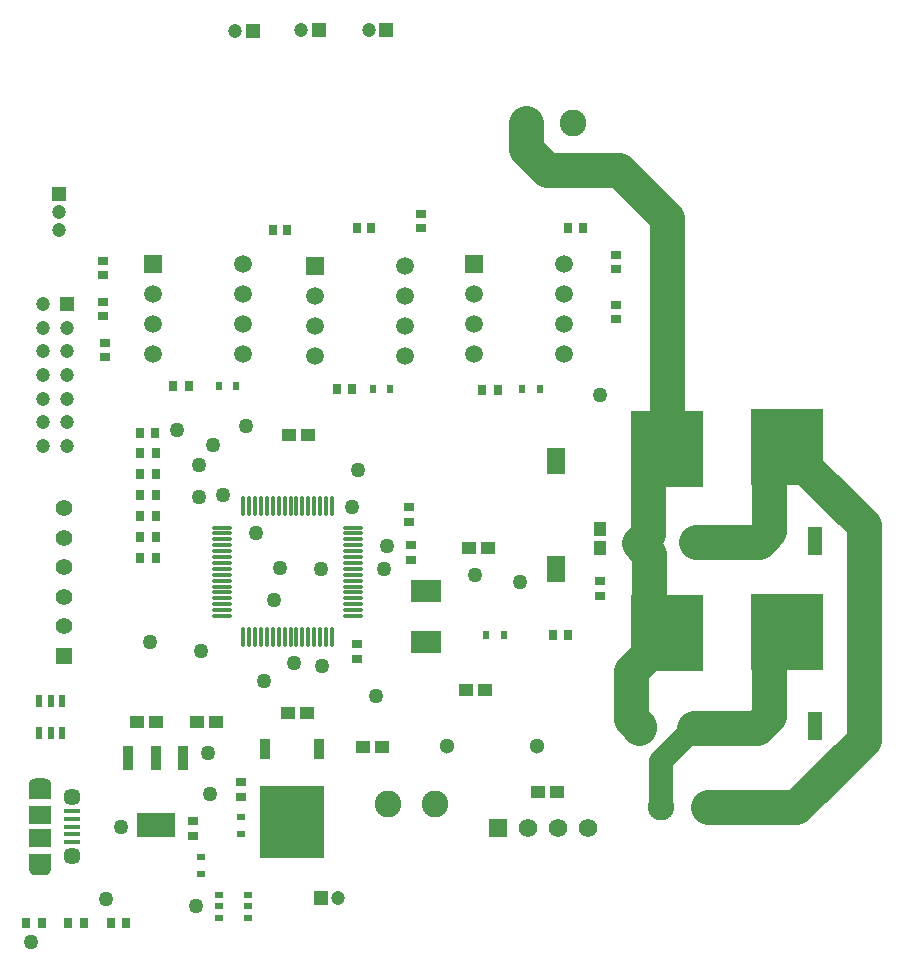
<source format=gts>
G04*
G04 #@! TF.GenerationSoftware,Altium Limited,Altium Designer,23.10.1 (27)*
G04*
G04 Layer_Color=8388736*
%FSLAX25Y25*%
%MOIN*%
G70*
G04*
G04 #@! TF.SameCoordinates,29CFA998-7EC6-4FDD-B126-FBB6EF8C8D2F*
G04*
G04*
G04 #@! TF.FilePolarity,Negative*
G04*
G01*
G75*
%ADD18C,0.01968*%
%ADD19R,0.04758X0.03985*%
%ADD20R,0.03150X0.02362*%
%ADD21R,0.03150X0.02165*%
%ADD22R,0.03740X0.03150*%
%ADD23R,0.05315X0.01575*%
%ADD24R,0.06299X0.08583*%
%ADD25R,0.06299X0.08661*%
%ADD26R,0.10236X0.07480*%
%ADD27R,0.03985X0.04758*%
%ADD28R,0.02200X0.03850*%
%ADD29R,0.03150X0.03740*%
%ADD30R,0.07480X0.05906*%
%ADD31O,0.01181X0.07087*%
%ADD32O,0.07087X0.01181*%
%ADD33R,0.02953X0.03543*%
%ADD34R,0.03543X0.02953*%
%ADD35R,0.05118X0.09449*%
%ADD36R,0.24410X0.25591*%
%ADD37R,0.21457X0.24410*%
%ADD38R,0.03543X0.07087*%
%ADD39R,0.02362X0.03150*%
%ADD40R,0.12598X0.08268*%
%ADD41R,0.03543X0.08268*%
%ADD42C,0.11811*%
%ADD43C,0.07874*%
%ADD44C,0.08900*%
%ADD45C,0.06181*%
%ADD46R,0.06181X0.06181*%
%ADD47C,0.04724*%
%ADD48R,0.04724X0.04724*%
%ADD49R,0.04724X0.04724*%
%ADD50C,0.05118*%
%ADD51R,0.05512X0.05512*%
%ADD52C,0.05512*%
%ADD53C,0.05709*%
%ADD54C,0.05906*%
%ADD55R,0.05906X0.05906*%
%ADD56C,0.05000*%
G36*
X15240Y30890D02*
X7760D01*
Y36008D01*
X15240D01*
Y30890D01*
D02*
G37*
G36*
X13272Y28921D02*
X9728Y28921D01*
Y30890D01*
X13272D01*
Y28921D01*
D02*
G37*
G36*
X13272Y59236D02*
X9728D01*
Y61205D01*
X13272Y61205D01*
Y59236D01*
D02*
G37*
G36*
X15240Y54118D02*
X7760D01*
Y59236D01*
X15240D01*
Y54118D01*
D02*
G37*
D18*
X10713Y59236D02*
X10221Y60089D01*
X9236D01*
X8744Y59236D01*
X9236Y58384D01*
X10221D01*
X10713Y59236D01*
X14256D02*
X13764Y60089D01*
X12779D01*
X12287Y59236D01*
X12779Y58384D01*
X13764D01*
X14256Y59236D01*
X10713Y30890D02*
X10221Y31742D01*
X9236D01*
X8744Y30890D01*
X9236Y30037D01*
X10221D01*
X10713Y30890D01*
X14256D02*
X13764Y31742D01*
X12779D01*
X12287Y30890D01*
X12779Y30037D01*
X13764D01*
X14256Y30890D01*
D19*
X183657Y56500D02*
D03*
X177343D02*
D03*
X159657Y90500D02*
D03*
X153343D02*
D03*
X160814Y138000D02*
D03*
X154500D02*
D03*
X94343Y175500D02*
D03*
X100657D02*
D03*
X100500Y83000D02*
D03*
X94186D02*
D03*
X125500Y71500D02*
D03*
X119186D02*
D03*
X63843Y80000D02*
D03*
X70157D02*
D03*
X50157D02*
D03*
X43843D02*
D03*
D20*
X65000Y34854D02*
D03*
Y29146D02*
D03*
X78500Y48209D02*
D03*
Y42500D02*
D03*
D21*
X71276Y22240D02*
D03*
Y18500D02*
D03*
Y14760D02*
D03*
X80724D02*
D03*
Y18500D02*
D03*
Y22240D02*
D03*
D22*
X62500Y41941D02*
D03*
Y47059D02*
D03*
X78500Y54882D02*
D03*
Y60000D02*
D03*
X198000Y121941D02*
D03*
Y127059D02*
D03*
X117000Y106059D02*
D03*
Y100941D02*
D03*
X135000Y133941D02*
D03*
Y139059D02*
D03*
X134500Y146441D02*
D03*
Y151559D02*
D03*
D23*
X22130Y50181D02*
D03*
Y47622D02*
D03*
Y45063D02*
D03*
Y42504D02*
D03*
Y39945D02*
D03*
D24*
X183500Y167000D02*
D03*
D25*
Y130819D02*
D03*
D26*
X140000Y106535D02*
D03*
Y123465D02*
D03*
D27*
X198000Y144157D02*
D03*
Y137843D02*
D03*
D28*
X11260Y86875D02*
D03*
X15000D02*
D03*
X18740D02*
D03*
Y76125D02*
D03*
X15000D02*
D03*
X11260D02*
D03*
D29*
X49811Y176398D02*
D03*
X44693D02*
D03*
X50059Y169500D02*
D03*
X44941D02*
D03*
X50059Y162500D02*
D03*
X44941D02*
D03*
X50059Y155500D02*
D03*
X44941D02*
D03*
X50059Y148500D02*
D03*
X44941D02*
D03*
X50059Y141500D02*
D03*
X44941D02*
D03*
X50059Y134500D02*
D03*
X44941D02*
D03*
X12000Y13000D02*
D03*
X6882D02*
D03*
X26059D02*
D03*
X20941D02*
D03*
X35000Y13000D02*
D03*
X40118D02*
D03*
X61059Y192000D02*
D03*
X55941D02*
D03*
X115559Y191000D02*
D03*
X110441D02*
D03*
X164000Y190500D02*
D03*
X158882D02*
D03*
X182441Y109000D02*
D03*
X187559D02*
D03*
D30*
X11500Y49000D02*
D03*
Y41126D02*
D03*
D31*
X108764Y108150D02*
D03*
X106795D02*
D03*
X104827D02*
D03*
X102858D02*
D03*
X100890D02*
D03*
X98921D02*
D03*
X96953D02*
D03*
X94984D02*
D03*
X93016D02*
D03*
X91047D02*
D03*
X89079D02*
D03*
X87110D02*
D03*
X85142D02*
D03*
X83173D02*
D03*
X81205D02*
D03*
X79236D02*
D03*
Y151850D02*
D03*
X81205D02*
D03*
X83173D02*
D03*
X85142D02*
D03*
X87110D02*
D03*
X89079D02*
D03*
X91047D02*
D03*
X93016D02*
D03*
X94984D02*
D03*
X96953D02*
D03*
X98921D02*
D03*
X100890D02*
D03*
X102858D02*
D03*
X104827D02*
D03*
X106795D02*
D03*
X108764D02*
D03*
D32*
X72150Y115236D02*
D03*
Y117205D02*
D03*
Y119173D02*
D03*
Y121142D02*
D03*
Y123110D02*
D03*
Y125079D02*
D03*
Y127047D02*
D03*
Y129016D02*
D03*
Y130984D02*
D03*
Y132953D02*
D03*
Y134921D02*
D03*
Y136890D02*
D03*
Y138858D02*
D03*
Y140827D02*
D03*
Y142795D02*
D03*
Y144764D02*
D03*
X115850D02*
D03*
Y142795D02*
D03*
Y140827D02*
D03*
Y138858D02*
D03*
Y136890D02*
D03*
Y134921D02*
D03*
Y132953D02*
D03*
Y130984D02*
D03*
Y129016D02*
D03*
Y127047D02*
D03*
Y125079D02*
D03*
Y123110D02*
D03*
Y121142D02*
D03*
Y119173D02*
D03*
Y117205D02*
D03*
Y115236D02*
D03*
D33*
X187638Y244500D02*
D03*
X192362D02*
D03*
X117138D02*
D03*
X121862D02*
D03*
X89138Y244000D02*
D03*
X93862D02*
D03*
D34*
X203500Y230776D02*
D03*
Y235500D02*
D03*
Y218862D02*
D03*
Y214138D02*
D03*
X32500Y215276D02*
D03*
Y220000D02*
D03*
X33000Y201500D02*
D03*
Y206224D02*
D03*
X138500Y249362D02*
D03*
Y244638D02*
D03*
X32500Y228776D02*
D03*
Y233500D02*
D03*
D35*
X211090Y139701D02*
D03*
X229909D02*
D03*
X211090Y78241D02*
D03*
X229909D02*
D03*
X269910Y140241D02*
D03*
X251091D02*
D03*
X269910Y78741D02*
D03*
X251091D02*
D03*
D36*
X220500Y171000D02*
D03*
Y109540D02*
D03*
X260500Y171540D02*
D03*
Y110040D02*
D03*
D37*
X95500Y46626D02*
D03*
D38*
X86524Y71035D02*
D03*
X104476D02*
D03*
D39*
X128209Y191000D02*
D03*
X122500D02*
D03*
X71146Y192000D02*
D03*
X76854D02*
D03*
X172291Y191000D02*
D03*
X178000D02*
D03*
X166000Y109000D02*
D03*
X160291D02*
D03*
D40*
X50000Y45559D02*
D03*
D41*
X40945Y68000D02*
D03*
X50000D02*
D03*
X59055D02*
D03*
D42*
X263500Y51500D02*
X286000Y74000D01*
X234000Y51500D02*
X263500D01*
X286000Y74000D02*
Y145500D01*
X173500Y271000D02*
Y279000D01*
Y271000D02*
X180500Y264000D01*
X188500D01*
X173500Y279000D02*
Y279500D01*
X188500Y264000D02*
X204500D01*
X220500Y248000D01*
Y182000D02*
Y248000D01*
X254500Y143500D02*
Y160000D01*
X208500Y97000D02*
X212000Y100500D01*
X208500Y81000D02*
Y97000D01*
Y81000D02*
X211000Y78500D01*
Y78000D02*
Y78500D01*
X214000Y142500D02*
Y160000D01*
X211000Y139500D02*
X214000Y142500D01*
X211000Y139500D02*
X214500Y136000D01*
Y120000D02*
Y136000D01*
X254500Y82000D02*
Y101500D01*
X251000Y140000D02*
X254500Y143500D01*
X230000Y140000D02*
X251000D01*
X268750Y162750D02*
X286000Y145500D01*
X250500Y78000D02*
X254500Y82000D01*
X229500Y78000D02*
X250500D01*
D43*
X218409Y66909D02*
X229500Y78000D01*
X218409Y51500D02*
Y66909D01*
D44*
X173500Y279500D02*
D03*
X189091D02*
D03*
X143000Y52500D02*
D03*
X127409D02*
D03*
X234000Y51500D02*
D03*
X218409D02*
D03*
D45*
X194000Y44500D02*
D03*
X184000D02*
D03*
X174000D02*
D03*
D46*
X164000D02*
D03*
D47*
X12626Y172004D02*
D03*
Y179878D02*
D03*
Y187752D02*
D03*
Y195626D02*
D03*
Y203500D02*
D03*
Y211374D02*
D03*
Y219248D02*
D03*
X20500Y172004D02*
D03*
Y179878D02*
D03*
Y187752D02*
D03*
Y195626D02*
D03*
Y203500D02*
D03*
Y211374D02*
D03*
X121047Y310701D02*
D03*
X110953Y21299D02*
D03*
X98547Y310701D02*
D03*
X76547Y310201D02*
D03*
X17772Y244094D02*
D03*
Y250000D02*
D03*
D48*
X20500Y219248D02*
D03*
X17772Y255906D02*
D03*
D49*
X126953Y310701D02*
D03*
X105047Y21299D02*
D03*
X104453Y310701D02*
D03*
X82453Y310201D02*
D03*
D50*
X177000Y72000D02*
D03*
X147000D02*
D03*
D51*
X19500Y102000D02*
D03*
D52*
Y111843D02*
D03*
Y121685D02*
D03*
Y131528D02*
D03*
Y141370D02*
D03*
Y151213D02*
D03*
D53*
X22130Y35221D02*
D03*
Y54905D02*
D03*
D54*
X186000Y202500D02*
D03*
Y212500D02*
D03*
Y222500D02*
D03*
Y232500D02*
D03*
X156000Y202500D02*
D03*
Y212500D02*
D03*
Y222500D02*
D03*
X133000Y222000D02*
D03*
Y212000D02*
D03*
X49000Y222500D02*
D03*
Y212500D02*
D03*
Y202500D02*
D03*
X79000Y232500D02*
D03*
Y222500D02*
D03*
Y212500D02*
D03*
Y202500D02*
D03*
X103000Y222000D02*
D03*
Y212000D02*
D03*
Y202000D02*
D03*
X133000Y232000D02*
D03*
Y202000D02*
D03*
D55*
X156000Y232500D02*
D03*
X49000D02*
D03*
X103000Y232000D02*
D03*
D56*
X63500Y18500D02*
D03*
X105000Y131000D02*
D03*
X80000Y178500D02*
D03*
X72500Y155500D02*
D03*
X171500Y126500D02*
D03*
X126000Y131000D02*
D03*
X68000Y56000D02*
D03*
X38500Y45000D02*
D03*
X48000Y106500D02*
D03*
X123500Y88500D02*
D03*
X96000Y99500D02*
D03*
X105500Y98500D02*
D03*
X64500Y155000D02*
D03*
X67500Y69500D02*
D03*
X8500Y6500D02*
D03*
X33500Y21000D02*
D03*
X89500Y120500D02*
D03*
X57199Y177149D02*
D03*
X69157Y172157D02*
D03*
X64500Y165500D02*
D03*
X83500Y143000D02*
D03*
X91500Y131223D02*
D03*
X115500Y151500D02*
D03*
X127000Y138500D02*
D03*
X117500Y164000D02*
D03*
X198000Y189000D02*
D03*
X156500Y129000D02*
D03*
X65000Y103500D02*
D03*
X86000Y93500D02*
D03*
M02*

</source>
